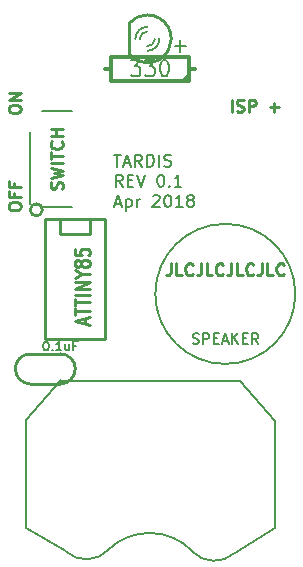
<source format=gto>
G04 #@! TF.FileFunction,Legend,Top*
%FSLAX46Y46*%
G04 Gerber Fmt 4.6, Leading zero omitted, Abs format (unit mm)*
G04 Created by KiCad (PCBNEW 4.0.7) date 02/16/20 19:44:05*
%MOMM*%
%LPD*%
G01*
G04 APERTURE LIST*
%ADD10C,0.150000*%
%ADD11C,0.250000*%
%ADD12C,0.254000*%
%ADD13C,0.200000*%
%ADD14C,0.190500*%
%ADD15C,0.304800*%
%ADD16C,0.152400*%
%ADD17C,0.127000*%
%ADD18C,0.203200*%
G04 APERTURE END LIST*
D10*
D11*
X143970952Y-114260381D02*
X143970952Y-114974667D01*
X143923332Y-115117524D01*
X143828094Y-115212762D01*
X143685237Y-115260381D01*
X143589999Y-115260381D01*
X144923333Y-115260381D02*
X144447142Y-115260381D01*
X144447142Y-114260381D01*
X145828095Y-115165143D02*
X145780476Y-115212762D01*
X145637619Y-115260381D01*
X145542381Y-115260381D01*
X145399523Y-115212762D01*
X145304285Y-115117524D01*
X145256666Y-115022286D01*
X145209047Y-114831810D01*
X145209047Y-114688952D01*
X145256666Y-114498476D01*
X145304285Y-114403238D01*
X145399523Y-114308000D01*
X145542381Y-114260381D01*
X145637619Y-114260381D01*
X145780476Y-114308000D01*
X145828095Y-114355619D01*
X146542381Y-114260381D02*
X146542381Y-114974667D01*
X146494761Y-115117524D01*
X146399523Y-115212762D01*
X146256666Y-115260381D01*
X146161428Y-115260381D01*
X147494762Y-115260381D02*
X147018571Y-115260381D01*
X147018571Y-114260381D01*
X148399524Y-115165143D02*
X148351905Y-115212762D01*
X148209048Y-115260381D01*
X148113810Y-115260381D01*
X147970952Y-115212762D01*
X147875714Y-115117524D01*
X147828095Y-115022286D01*
X147780476Y-114831810D01*
X147780476Y-114688952D01*
X147828095Y-114498476D01*
X147875714Y-114403238D01*
X147970952Y-114308000D01*
X148113810Y-114260381D01*
X148209048Y-114260381D01*
X148351905Y-114308000D01*
X148399524Y-114355619D01*
X149113810Y-114260381D02*
X149113810Y-114974667D01*
X149066190Y-115117524D01*
X148970952Y-115212762D01*
X148828095Y-115260381D01*
X148732857Y-115260381D01*
X150066191Y-115260381D02*
X149590000Y-115260381D01*
X149590000Y-114260381D01*
X150970953Y-115165143D02*
X150923334Y-115212762D01*
X150780477Y-115260381D01*
X150685239Y-115260381D01*
X150542381Y-115212762D01*
X150447143Y-115117524D01*
X150399524Y-115022286D01*
X150351905Y-114831810D01*
X150351905Y-114688952D01*
X150399524Y-114498476D01*
X150447143Y-114403238D01*
X150542381Y-114308000D01*
X150685239Y-114260381D01*
X150780477Y-114260381D01*
X150923334Y-114308000D01*
X150970953Y-114355619D01*
X151685239Y-114260381D02*
X151685239Y-114974667D01*
X151637619Y-115117524D01*
X151542381Y-115212762D01*
X151399524Y-115260381D01*
X151304286Y-115260381D01*
X152637620Y-115260381D02*
X152161429Y-115260381D01*
X152161429Y-114260381D01*
X153542382Y-115165143D02*
X153494763Y-115212762D01*
X153351906Y-115260381D01*
X153256668Y-115260381D01*
X153113810Y-115212762D01*
X153018572Y-115117524D01*
X152970953Y-115022286D01*
X152923334Y-114831810D01*
X152923334Y-114688952D01*
X152970953Y-114498476D01*
X153018572Y-114403238D01*
X153113810Y-114308000D01*
X153256668Y-114260381D01*
X153351906Y-114260381D01*
X153494763Y-114308000D01*
X153542382Y-114355619D01*
D12*
X149122191Y-101424619D02*
X149122191Y-100408619D01*
X149557620Y-101376238D02*
X149702763Y-101424619D01*
X149944667Y-101424619D01*
X150041429Y-101376238D01*
X150089810Y-101327857D01*
X150138191Y-101231095D01*
X150138191Y-101134333D01*
X150089810Y-101037571D01*
X150041429Y-100989190D01*
X149944667Y-100940810D01*
X149751144Y-100892429D01*
X149654382Y-100844048D01*
X149606001Y-100795667D01*
X149557620Y-100698905D01*
X149557620Y-100602143D01*
X149606001Y-100505381D01*
X149654382Y-100457000D01*
X149751144Y-100408619D01*
X149993048Y-100408619D01*
X150138191Y-100457000D01*
X150573620Y-101424619D02*
X150573620Y-100408619D01*
X150960667Y-100408619D01*
X151057429Y-100457000D01*
X151105810Y-100505381D01*
X151154191Y-100602143D01*
X151154191Y-100747286D01*
X151105810Y-100844048D01*
X151057429Y-100892429D01*
X150960667Y-100940810D01*
X150573620Y-100940810D01*
X152363715Y-101037571D02*
X153137810Y-101037571D01*
X152750762Y-101424619D02*
X152750762Y-100650524D01*
D13*
X132080000Y-103124000D02*
X132080000Y-109220000D01*
X132080000Y-106680000D02*
X132080000Y-106045000D01*
D14*
X139161762Y-105044119D02*
X139742333Y-105044119D01*
X139452048Y-106060119D02*
X139452048Y-105044119D01*
X140032619Y-105769833D02*
X140516428Y-105769833D01*
X139935857Y-106060119D02*
X140274524Y-105044119D01*
X140613190Y-106060119D01*
X141532428Y-106060119D02*
X141193762Y-105576310D01*
X140951857Y-106060119D02*
X140951857Y-105044119D01*
X141338904Y-105044119D01*
X141435666Y-105092500D01*
X141484047Y-105140881D01*
X141532428Y-105237643D01*
X141532428Y-105382786D01*
X141484047Y-105479548D01*
X141435666Y-105527929D01*
X141338904Y-105576310D01*
X140951857Y-105576310D01*
X141967857Y-106060119D02*
X141967857Y-105044119D01*
X142209762Y-105044119D01*
X142354904Y-105092500D01*
X142451666Y-105189262D01*
X142500047Y-105286024D01*
X142548428Y-105479548D01*
X142548428Y-105624690D01*
X142500047Y-105818214D01*
X142451666Y-105914976D01*
X142354904Y-106011738D01*
X142209762Y-106060119D01*
X141967857Y-106060119D01*
X142983857Y-106060119D02*
X142983857Y-105044119D01*
X143419286Y-106011738D02*
X143564429Y-106060119D01*
X143806333Y-106060119D01*
X143903095Y-106011738D01*
X143951476Y-105963357D01*
X143999857Y-105866595D01*
X143999857Y-105769833D01*
X143951476Y-105673071D01*
X143903095Y-105624690D01*
X143806333Y-105576310D01*
X143612810Y-105527929D01*
X143516048Y-105479548D01*
X143467667Y-105431167D01*
X143419286Y-105334405D01*
X143419286Y-105237643D01*
X143467667Y-105140881D01*
X143516048Y-105092500D01*
X143612810Y-105044119D01*
X143854714Y-105044119D01*
X143999857Y-105092500D01*
X139887476Y-107774619D02*
X139548810Y-107290810D01*
X139306905Y-107774619D02*
X139306905Y-106758619D01*
X139693952Y-106758619D01*
X139790714Y-106807000D01*
X139839095Y-106855381D01*
X139887476Y-106952143D01*
X139887476Y-107097286D01*
X139839095Y-107194048D01*
X139790714Y-107242429D01*
X139693952Y-107290810D01*
X139306905Y-107290810D01*
X140322905Y-107242429D02*
X140661571Y-107242429D01*
X140806714Y-107774619D02*
X140322905Y-107774619D01*
X140322905Y-106758619D01*
X140806714Y-106758619D01*
X141097000Y-106758619D02*
X141435667Y-107774619D01*
X141774333Y-106758619D01*
X143080619Y-106758619D02*
X143177380Y-106758619D01*
X143274142Y-106807000D01*
X143322523Y-106855381D01*
X143370904Y-106952143D01*
X143419285Y-107145667D01*
X143419285Y-107387571D01*
X143370904Y-107581095D01*
X143322523Y-107677857D01*
X143274142Y-107726238D01*
X143177380Y-107774619D01*
X143080619Y-107774619D01*
X142983857Y-107726238D01*
X142935476Y-107677857D01*
X142887095Y-107581095D01*
X142838714Y-107387571D01*
X142838714Y-107145667D01*
X142887095Y-106952143D01*
X142935476Y-106855381D01*
X142983857Y-106807000D01*
X143080619Y-106758619D01*
X143854714Y-107677857D02*
X143903095Y-107726238D01*
X143854714Y-107774619D01*
X143806333Y-107726238D01*
X143854714Y-107677857D01*
X143854714Y-107774619D01*
X144870714Y-107774619D02*
X144290143Y-107774619D01*
X144580429Y-107774619D02*
X144580429Y-106758619D01*
X144483667Y-106903762D01*
X144386905Y-107000524D01*
X144290143Y-107048905D01*
X139258524Y-109198833D02*
X139742333Y-109198833D01*
X139161762Y-109489119D02*
X139500429Y-108473119D01*
X139839095Y-109489119D01*
X140177762Y-108811786D02*
X140177762Y-109827786D01*
X140177762Y-108860167D02*
X140274524Y-108811786D01*
X140468047Y-108811786D01*
X140564809Y-108860167D01*
X140613190Y-108908548D01*
X140661571Y-109005310D01*
X140661571Y-109295595D01*
X140613190Y-109392357D01*
X140564809Y-109440738D01*
X140468047Y-109489119D01*
X140274524Y-109489119D01*
X140177762Y-109440738D01*
X141097000Y-109489119D02*
X141097000Y-108811786D01*
X141097000Y-109005310D02*
X141145381Y-108908548D01*
X141193762Y-108860167D01*
X141290524Y-108811786D01*
X141387285Y-108811786D01*
X142451666Y-108569881D02*
X142500047Y-108521500D01*
X142596809Y-108473119D01*
X142838713Y-108473119D01*
X142935475Y-108521500D01*
X142983856Y-108569881D01*
X143032237Y-108666643D01*
X143032237Y-108763405D01*
X142983856Y-108908548D01*
X142403285Y-109489119D01*
X143032237Y-109489119D01*
X143661190Y-108473119D02*
X143757951Y-108473119D01*
X143854713Y-108521500D01*
X143903094Y-108569881D01*
X143951475Y-108666643D01*
X143999856Y-108860167D01*
X143999856Y-109102071D01*
X143951475Y-109295595D01*
X143903094Y-109392357D01*
X143854713Y-109440738D01*
X143757951Y-109489119D01*
X143661190Y-109489119D01*
X143564428Y-109440738D01*
X143516047Y-109392357D01*
X143467666Y-109295595D01*
X143419285Y-109102071D01*
X143419285Y-108860167D01*
X143467666Y-108666643D01*
X143516047Y-108569881D01*
X143564428Y-108521500D01*
X143661190Y-108473119D01*
X144967475Y-109489119D02*
X144386904Y-109489119D01*
X144677190Y-109489119D02*
X144677190Y-108473119D01*
X144580428Y-108618262D01*
X144483666Y-108715024D01*
X144386904Y-108763405D01*
X145548047Y-108908548D02*
X145451285Y-108860167D01*
X145402904Y-108811786D01*
X145354523Y-108715024D01*
X145354523Y-108666643D01*
X145402904Y-108569881D01*
X145451285Y-108521500D01*
X145548047Y-108473119D01*
X145741570Y-108473119D01*
X145838332Y-108521500D01*
X145886713Y-108569881D01*
X145935094Y-108666643D01*
X145935094Y-108715024D01*
X145886713Y-108811786D01*
X145838332Y-108860167D01*
X145741570Y-108908548D01*
X145548047Y-108908548D01*
X145451285Y-108956929D01*
X145402904Y-109005310D01*
X145354523Y-109102071D01*
X145354523Y-109295595D01*
X145402904Y-109392357D01*
X145451285Y-109440738D01*
X145548047Y-109489119D01*
X145741570Y-109489119D01*
X145838332Y-109440738D01*
X145886713Y-109392357D01*
X145935094Y-109295595D01*
X145935094Y-109102071D01*
X145886713Y-109005310D01*
X145838332Y-108956929D01*
X145741570Y-108908548D01*
D12*
X134777238Y-107950000D02*
X134825619Y-107804857D01*
X134825619Y-107562953D01*
X134777238Y-107466191D01*
X134728857Y-107417810D01*
X134632095Y-107369429D01*
X134535333Y-107369429D01*
X134438571Y-107417810D01*
X134390190Y-107466191D01*
X134341810Y-107562953D01*
X134293429Y-107756476D01*
X134245048Y-107853238D01*
X134196667Y-107901619D01*
X134099905Y-107950000D01*
X134003143Y-107950000D01*
X133906381Y-107901619D01*
X133858000Y-107853238D01*
X133809619Y-107756476D01*
X133809619Y-107514572D01*
X133858000Y-107369429D01*
X133809619Y-107030762D02*
X134825619Y-106788857D01*
X134099905Y-106595334D01*
X134825619Y-106401810D01*
X133809619Y-106159905D01*
X134825619Y-105772857D02*
X133809619Y-105772857D01*
X133809619Y-105434190D02*
X133809619Y-104853619D01*
X134825619Y-105143904D02*
X133809619Y-105143904D01*
X134728857Y-103934381D02*
X134777238Y-103982762D01*
X134825619Y-104127905D01*
X134825619Y-104224667D01*
X134777238Y-104369809D01*
X134680476Y-104466571D01*
X134583714Y-104514952D01*
X134390190Y-104563333D01*
X134245048Y-104563333D01*
X134051524Y-104514952D01*
X133954762Y-104466571D01*
X133858000Y-104369809D01*
X133809619Y-104224667D01*
X133809619Y-104127905D01*
X133858000Y-103982762D01*
X133906381Y-103934381D01*
X134825619Y-103498952D02*
X133809619Y-103498952D01*
X134293429Y-103498952D02*
X134293429Y-102918381D01*
X134825619Y-102918381D02*
X133809619Y-102918381D01*
X130253619Y-109516332D02*
X130253619Y-109322809D01*
X130302000Y-109226047D01*
X130398762Y-109129285D01*
X130592286Y-109080904D01*
X130930952Y-109080904D01*
X131124476Y-109129285D01*
X131221238Y-109226047D01*
X131269619Y-109322809D01*
X131269619Y-109516332D01*
X131221238Y-109613094D01*
X131124476Y-109709856D01*
X130930952Y-109758237D01*
X130592286Y-109758237D01*
X130398762Y-109709856D01*
X130302000Y-109613094D01*
X130253619Y-109516332D01*
X130737429Y-108306809D02*
X130737429Y-108645475D01*
X131269619Y-108645475D02*
X130253619Y-108645475D01*
X130253619Y-108161666D01*
X130737429Y-107435952D02*
X130737429Y-107774618D01*
X131269619Y-107774618D02*
X130253619Y-107774618D01*
X130253619Y-107290809D01*
X130253619Y-101291572D02*
X130253619Y-101098049D01*
X130302000Y-101001287D01*
X130398762Y-100904525D01*
X130592286Y-100856144D01*
X130930952Y-100856144D01*
X131124476Y-100904525D01*
X131221238Y-101001287D01*
X131269619Y-101098049D01*
X131269619Y-101291572D01*
X131221238Y-101388334D01*
X131124476Y-101485096D01*
X130930952Y-101533477D01*
X130592286Y-101533477D01*
X130398762Y-101485096D01*
X130302000Y-101388334D01*
X130253619Y-101291572D01*
X131269619Y-100420715D02*
X130253619Y-100420715D01*
X131269619Y-99840144D01*
X130253619Y-99840144D01*
D10*
X135636000Y-109474000D02*
X133096000Y-109474000D01*
X133096000Y-101346000D02*
X135636000Y-101346000D01*
D12*
X133096000Y-109728000D02*
G75*
G03X133096000Y-109728000I-508000J0D01*
G01*
X137160000Y-110490000D02*
X137160000Y-111760000D01*
X137160000Y-111760000D02*
X134620000Y-111760000D01*
X134620000Y-111760000D02*
X134620000Y-110490000D01*
X138430000Y-110490000D02*
X138430000Y-120650000D01*
X138430000Y-120650000D02*
X133350000Y-120650000D01*
X133350000Y-120650000D02*
X133350000Y-110490000D01*
X133350000Y-110490000D02*
X138430000Y-110490000D01*
D10*
X154519690Y-116840000D02*
G75*
G03X154519690Y-116840000I-5929690J0D01*
G01*
X135064500Y-138620500D02*
X131699000Y-136652000D01*
X149415500Y-138747500D02*
X152781000Y-136652000D01*
X135039100Y-138620500D02*
G75*
G03X138722100Y-138493500I1778000J1905000D01*
G01*
X145745200Y-138620500D02*
G75*
G03X149428200Y-138747500I1905000J1778000D01*
G01*
X145796000Y-138620500D02*
G75*
G03X138684000Y-138493500I-3619500J-3492500D01*
G01*
X149860000Y-124206000D02*
X152781000Y-127571500D01*
X131699000Y-127508000D02*
X134683500Y-124142500D01*
X134620000Y-124206000D02*
X149860000Y-124206000D01*
X131699000Y-136652000D02*
X131699000Y-127508000D01*
X152781000Y-136652000D02*
X152781000Y-127508000D01*
D15*
X146050000Y-97790000D02*
X145542000Y-97790000D01*
X138430000Y-97790000D02*
X138938000Y-97790000D01*
X138938000Y-97790000D02*
X138938000Y-98806000D01*
X138938000Y-98806000D02*
X145542000Y-98806000D01*
X145542000Y-98806000D02*
X145542000Y-96774000D01*
X145542000Y-96774000D02*
X138938000Y-96774000D01*
X138938000Y-96774000D02*
X138938000Y-97790000D01*
X145542000Y-98298000D02*
X145034000Y-98806000D01*
D12*
X132080000Y-121920000D02*
X134620000Y-121920000D01*
X132080000Y-124460000D02*
X134620000Y-124460000D01*
X130810000Y-123190000D02*
G75*
G03X132080000Y-124460000I1270000J0D01*
G01*
X132080000Y-121920000D02*
G75*
G03X130810000Y-123190000I0J-1270000D01*
G01*
X134620000Y-124460000D02*
G75*
G03X135890000Y-123190000I0J1270000D01*
G01*
X135890000Y-123190000D02*
G75*
G03X134620000Y-121920000I-1270000J0D01*
G01*
X140411200Y-93980000D02*
X140411200Y-96520000D01*
D16*
X141986000Y-95885000D02*
G75*
G03X142621000Y-95250000I0J635000D01*
G01*
X141986000Y-96266000D02*
G75*
G03X143002000Y-95250000I0J1016000D01*
G01*
X141986000Y-94615000D02*
G75*
G03X141351000Y-95250000I0J-635000D01*
G01*
X141986000Y-94234000D02*
G75*
G03X140970000Y-95250000I0J-1016000D01*
G01*
D12*
X140427120Y-96553426D02*
G75*
G03X141986000Y-97282000I1558880J1303426D01*
G01*
X141986975Y-97279460D02*
G75*
G03X143776700Y-96205040I-975J2029460D01*
G01*
X141983448Y-93220614D02*
G75*
G03X140436600Y-93939360I2552J-2029386D01*
G01*
X143749299Y-94240149D02*
G75*
G03X141986000Y-93218000I-1763299J-1009851D01*
G01*
X143775130Y-96213347D02*
G75*
G03X144018000Y-95250000I-1789130J963347D01*
G01*
X144016923Y-95249900D02*
G75*
G03X143715740Y-94185740I-2030923J-100D01*
G01*
X136736667Y-119398142D02*
X136736667Y-118914333D01*
X137099524Y-119494904D02*
X135829524Y-119156237D01*
X137099524Y-118817571D01*
X135829524Y-118624047D02*
X135829524Y-118043476D01*
X137099524Y-118333761D02*
X135829524Y-118333761D01*
X135829524Y-117849952D02*
X135829524Y-117269381D01*
X137099524Y-117559666D02*
X135829524Y-117559666D01*
X137099524Y-116930714D02*
X135829524Y-116930714D01*
X137099524Y-116446904D02*
X135829524Y-116446904D01*
X137099524Y-115866333D01*
X135829524Y-115866333D01*
X136494762Y-115188999D02*
X137099524Y-115188999D01*
X135829524Y-115527666D02*
X136494762Y-115188999D01*
X135829524Y-114850333D01*
X136373810Y-114366523D02*
X136313333Y-114463285D01*
X136252857Y-114511666D01*
X136131905Y-114560047D01*
X136071429Y-114560047D01*
X135950476Y-114511666D01*
X135890000Y-114463285D01*
X135829524Y-114366523D01*
X135829524Y-114173000D01*
X135890000Y-114076238D01*
X135950476Y-114027857D01*
X136071429Y-113979476D01*
X136131905Y-113979476D01*
X136252857Y-114027857D01*
X136313333Y-114076238D01*
X136373810Y-114173000D01*
X136373810Y-114366523D01*
X136434286Y-114463285D01*
X136494762Y-114511666D01*
X136615714Y-114560047D01*
X136857619Y-114560047D01*
X136978571Y-114511666D01*
X137039048Y-114463285D01*
X137099524Y-114366523D01*
X137099524Y-114173000D01*
X137039048Y-114076238D01*
X136978571Y-114027857D01*
X136857619Y-113979476D01*
X136615714Y-113979476D01*
X136494762Y-114027857D01*
X136434286Y-114076238D01*
X136373810Y-114173000D01*
X135829524Y-113060238D02*
X135829524Y-113544047D01*
X136434286Y-113592428D01*
X136373810Y-113544047D01*
X136313333Y-113447285D01*
X136313333Y-113205381D01*
X136373810Y-113108619D01*
X136434286Y-113060238D01*
X136555238Y-113011857D01*
X136857619Y-113011857D01*
X136978571Y-113060238D01*
X137039048Y-113108619D01*
X137099524Y-113205381D01*
X137099524Y-113447285D01*
X137039048Y-113544047D01*
X136978571Y-113592428D01*
D17*
X145817167Y-121009833D02*
X145944167Y-121052167D01*
X146155834Y-121052167D01*
X146240501Y-121009833D01*
X146282834Y-120967500D01*
X146325167Y-120882833D01*
X146325167Y-120798167D01*
X146282834Y-120713500D01*
X146240501Y-120671167D01*
X146155834Y-120628833D01*
X145986501Y-120586500D01*
X145901834Y-120544167D01*
X145859501Y-120501833D01*
X145817167Y-120417167D01*
X145817167Y-120332500D01*
X145859501Y-120247833D01*
X145901834Y-120205500D01*
X145986501Y-120163167D01*
X146198167Y-120163167D01*
X146325167Y-120205500D01*
X146706168Y-121052167D02*
X146706168Y-120163167D01*
X147044834Y-120163167D01*
X147129501Y-120205500D01*
X147171834Y-120247833D01*
X147214168Y-120332500D01*
X147214168Y-120459500D01*
X147171834Y-120544167D01*
X147129501Y-120586500D01*
X147044834Y-120628833D01*
X146706168Y-120628833D01*
X147595168Y-120586500D02*
X147891501Y-120586500D01*
X148018501Y-121052167D02*
X147595168Y-121052167D01*
X147595168Y-120163167D01*
X148018501Y-120163167D01*
X148357167Y-120798167D02*
X148780501Y-120798167D01*
X148272501Y-121052167D02*
X148568834Y-120163167D01*
X148865167Y-121052167D01*
X149161501Y-121052167D02*
X149161501Y-120163167D01*
X149669501Y-121052167D02*
X149288501Y-120544167D01*
X149669501Y-120163167D02*
X149161501Y-120671167D01*
X150050501Y-120586500D02*
X150346834Y-120586500D01*
X150473834Y-121052167D02*
X150050501Y-121052167D01*
X150050501Y-120163167D01*
X150473834Y-120163167D01*
X151362834Y-121052167D02*
X151066500Y-120628833D01*
X150854834Y-121052167D02*
X150854834Y-120163167D01*
X151193500Y-120163167D01*
X151278167Y-120205500D01*
X151320500Y-120247833D01*
X151362834Y-120332500D01*
X151362834Y-120459500D01*
X151320500Y-120544167D01*
X151278167Y-120586500D01*
X151193500Y-120628833D01*
X150854834Y-120628833D01*
D18*
X140607143Y-97024976D02*
X141393333Y-97024976D01*
X140970000Y-97557167D01*
X141151428Y-97557167D01*
X141272381Y-97623690D01*
X141332857Y-97690214D01*
X141393333Y-97823262D01*
X141393333Y-98155881D01*
X141332857Y-98288929D01*
X141272381Y-98355452D01*
X141151428Y-98421976D01*
X140788571Y-98421976D01*
X140667619Y-98355452D01*
X140607143Y-98288929D01*
X141816667Y-97024976D02*
X142602857Y-97024976D01*
X142179524Y-97557167D01*
X142360952Y-97557167D01*
X142481905Y-97623690D01*
X142542381Y-97690214D01*
X142602857Y-97823262D01*
X142602857Y-98155881D01*
X142542381Y-98288929D01*
X142481905Y-98355452D01*
X142360952Y-98421976D01*
X141998095Y-98421976D01*
X141877143Y-98355452D01*
X141816667Y-98288929D01*
X143389048Y-97024976D02*
X143510000Y-97024976D01*
X143630952Y-97091500D01*
X143691429Y-97158024D01*
X143751905Y-97291071D01*
X143812381Y-97557167D01*
X143812381Y-97889786D01*
X143751905Y-98155881D01*
X143691429Y-98288929D01*
X143630952Y-98355452D01*
X143510000Y-98421976D01*
X143389048Y-98421976D01*
X143268095Y-98355452D01*
X143207619Y-98288929D01*
X143147143Y-98155881D01*
X143086667Y-97889786D01*
X143086667Y-97557167D01*
X143147143Y-97291071D01*
X143207619Y-97158024D01*
X143268095Y-97091500D01*
X143389048Y-97024976D01*
D14*
X133368143Y-120867714D02*
X133440715Y-120867714D01*
X133513286Y-120904000D01*
X133549572Y-120940286D01*
X133585858Y-121012857D01*
X133622143Y-121158000D01*
X133622143Y-121339429D01*
X133585858Y-121484571D01*
X133549572Y-121557143D01*
X133513286Y-121593429D01*
X133440715Y-121629714D01*
X133368143Y-121629714D01*
X133295572Y-121593429D01*
X133259286Y-121557143D01*
X133223001Y-121484571D01*
X133186715Y-121339429D01*
X133186715Y-121158000D01*
X133223001Y-121012857D01*
X133259286Y-120940286D01*
X133295572Y-120904000D01*
X133368143Y-120867714D01*
X133948715Y-121557143D02*
X133985000Y-121593429D01*
X133948715Y-121629714D01*
X133912429Y-121593429D01*
X133948715Y-121557143D01*
X133948715Y-121629714D01*
X134710714Y-121629714D02*
X134275286Y-121629714D01*
X134493000Y-121629714D02*
X134493000Y-120867714D01*
X134420429Y-120976571D01*
X134347857Y-121049143D01*
X134275286Y-121085429D01*
X135363857Y-121121714D02*
X135363857Y-121629714D01*
X135037286Y-121121714D02*
X135037286Y-121520857D01*
X135073571Y-121593429D01*
X135146143Y-121629714D01*
X135255000Y-121629714D01*
X135327571Y-121593429D01*
X135363857Y-121557143D01*
X135980715Y-121230571D02*
X135726715Y-121230571D01*
X135726715Y-121629714D02*
X135726715Y-120867714D01*
X136089572Y-120867714D01*
D17*
X144296191Y-95848714D02*
X145263810Y-95848714D01*
X144780000Y-96332524D02*
X144780000Y-95364905D01*
M02*

</source>
